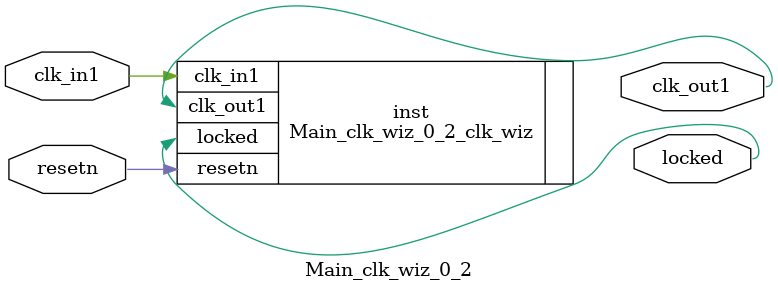
<source format=v>


`timescale 1ps/1ps

(* CORE_GENERATION_INFO = "Main_clk_wiz_0_2,clk_wiz_v6_0_10_0_0,{component_name=Main_clk_wiz_0_2,use_phase_alignment=true,use_min_o_jitter=false,use_max_i_jitter=false,use_dyn_phase_shift=false,use_inclk_switchover=false,use_dyn_reconfig=false,enable_axi=0,feedback_source=FDBK_AUTO,PRIMITIVE=MMCM,num_out_clk=1,clkin1_period=83.333,clkin2_period=10.0,use_power_down=false,use_reset=true,use_locked=true,use_inclk_stopped=false,feedback_type=SINGLE,CLOCK_MGR_TYPE=NA,manual_override=false}" *)

module Main_clk_wiz_0_2 
 (
  // Clock out ports
  output        clk_out1,
  // Status and control signals
  input         resetn,
  output        locked,
 // Clock in ports
  input         clk_in1
 );

  Main_clk_wiz_0_2_clk_wiz inst
  (
  // Clock out ports  
  .clk_out1(clk_out1),
  // Status and control signals               
  .resetn(resetn), 
  .locked(locked),
 // Clock in ports
  .clk_in1(clk_in1)
  );

endmodule

</source>
